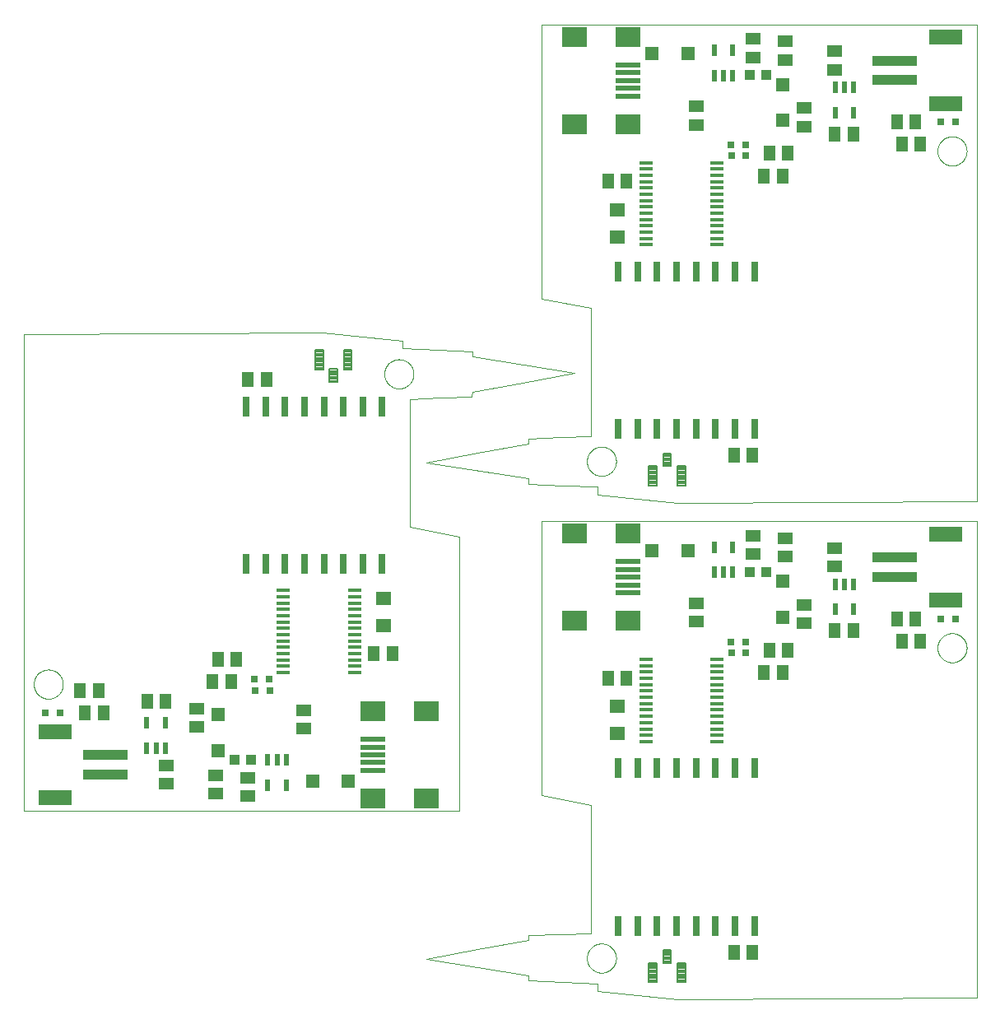
<source format=gtp>
%MOIN*%
%OFA0B0*%
%FSLAX25Y25*%
%IPPOS*%
%LPD*%
%AMOC8*
5,1,8,0,0,$1,22.5*%
%AMOC80*
5,1,8,0,0,$1,22.5*%
%AMOC81*
5,1,8,0,0,$1,202.5*%
%ADD10C,0*%
%ADD11R,0.051179999999999996X0.05906*%
%ADD12R,0.05906X0.051179999999999996*%
%ADD13R,0.06299X0.05512*%
%ADD14R,0.0315X0.0315*%
%ADD15R,0.055000000000000007X0.0137*%
%ADD16R,0.09842999999999999X0.01969*%
%ADD17R,0.09842999999999999X0.07874*%
%ADD18R,0.021649999999999996X0.04724*%
%ADD19R,0.1811X0.03937*%
%ADD20R,0.13386X0.06299*%
%ADD21R,0.05512X0.05512*%
%ADD22R,0.04331X0.03937*%
%ADD23C,0.008*%
%ADD24R,0.0315X0.07874*%
%ADD35C,0*%
%ADD36R,0.051179999999999996X0.05906*%
%ADD37R,0.05906X0.051179999999999996*%
%ADD38R,0.06299X0.05512*%
%ADD39R,0.0315X0.0315*%
%ADD40R,0.055000000000000007X0.0137*%
%ADD41R,0.09842999999999999X0.01969*%
%ADD42R,0.09842999999999999X0.07874*%
%ADD43R,0.021649999999999996X0.04724*%
%ADD44R,0.1811X0.03937*%
%ADD45R,0.13386X0.06299*%
%ADD46R,0.05512X0.05512*%
%ADD47R,0.04331X0.03937*%
%ADD48C,0.008*%
%ADD49R,0.0315X0.07874*%
%ADD50C,0*%
%ADD51R,0.051179999999999996X0.05906*%
%ADD52R,0.05906X0.051179999999999996*%
%ADD53R,0.06299X0.05512*%
%ADD54R,0.0315X0.0315*%
%ADD55R,0.055000000000000007X0.0137*%
%ADD56R,0.09842999999999999X0.01969*%
%ADD57R,0.09842999999999999X0.07874*%
%ADD58R,0.021649999999999996X0.04724*%
%ADD59R,0.1811X0.03937*%
%ADD60R,0.13386X0.06299*%
%ADD61R,0.05512X0.05512*%
%ADD62R,0.04331X0.03937*%
%ADD63C,0.008*%
%ADD64R,0.0315X0.07874*%
G75*
D10*
X0170811Y0216923D02*
X0191645Y0220881D01*
X0212144Y0224507D01*
X0212214Y0226340D01*
X0212284Y0226507D01*
X0225048Y0226993D01*
X0237478Y0227479D01*
X0237454Y0227473D02*
X0237479Y0253478D01*
X0237478Y0253451D02*
X0237478Y0279423D01*
X0217478Y0283173D01*
X0217478Y0394285D01*
X0393727Y0394285D01*
X0393727Y0201229D01*
X0333173Y0200882D01*
X0272617Y0200535D01*
X0240255Y0203907D01*
X0240255Y0207062D01*
X0226159Y0207618D01*
X0212061Y0208173D01*
X0212061Y0210395D01*
X0170811Y0216923D01*
X0235907Y0217338D02*
X0235909Y0217491D01*
X0235915Y0217645D01*
X0235924Y0217797D01*
X0235939Y0217950D01*
X0235957Y0218102D01*
X0235978Y0218254D01*
X0236004Y0218405D01*
X0236034Y0218556D01*
X0236068Y0218705D01*
X0236105Y0218854D01*
X0236146Y0219002D01*
X0236191Y0219148D01*
X0236240Y0219294D01*
X0236293Y0219438D01*
X0236349Y0219580D01*
X0236409Y0219721D01*
X0236473Y0219861D01*
X0236540Y0219999D01*
X0236611Y0220135D01*
X0236686Y0220269D01*
X0236763Y0220400D01*
X0236845Y0220531D01*
X0236929Y0220658D01*
X0237017Y0220785D01*
X0237108Y0220908D01*
X0237202Y0221029D01*
X0237300Y0221146D01*
X0237400Y0221263D01*
X0237503Y0221376D01*
X0237610Y0221487D01*
X0237719Y0221595D01*
X0237831Y0221700D01*
X0237944Y0221801D01*
X0238063Y0221900D01*
X0238181Y0221996D01*
X0238303Y0222088D01*
X0238429Y0222178D01*
X0238556Y0222264D01*
X0238685Y0222346D01*
X0238816Y0222427D01*
X0238949Y0222502D01*
X0239083Y0222576D01*
X0239221Y0222644D01*
X0239360Y0222710D01*
X0239500Y0222772D01*
X0239642Y0222830D01*
X0239785Y0222885D01*
X0239930Y0222935D01*
X0240076Y0222983D01*
X0240223Y0223026D01*
X0240370Y0223064D01*
X0240519Y0223101D01*
X0240669Y0223132D01*
X0240821Y0223159D01*
X0240972Y0223184D01*
X0241125Y0223204D01*
X0241277Y0223220D01*
X0241430Y0223232D01*
X0241583Y0223240D01*
X0241736Y0223244D01*
X0241889Y0223244D01*
X0242043Y0223240D01*
X0242196Y0223232D01*
X0242349Y0223220D01*
X0242501Y0223204D01*
X0242654Y0223184D01*
X0242804Y0223159D01*
X0242956Y0223132D01*
X0243106Y0223101D01*
X0243255Y0223064D01*
X0243403Y0223026D01*
X0243550Y0222983D01*
X0243696Y0222935D01*
X0243841Y0222885D01*
X0243983Y0222830D01*
X0244126Y0222772D01*
X0244266Y0222710D01*
X0244404Y0222644D01*
X0244542Y0222576D01*
X0244677Y0222502D01*
X0244810Y0222427D01*
X0244941Y0222346D01*
X0245070Y0222264D01*
X0245197Y0222178D01*
X0245322Y0222088D01*
X0245444Y0221996D01*
X0245563Y0221900D01*
X0245681Y0221801D01*
X0245795Y0221700D01*
X0245907Y0221595D01*
X0246016Y0221487D01*
X0246122Y0221376D01*
X0246226Y0221263D01*
X0246326Y0221146D01*
X0246424Y0221029D01*
X0246518Y0220908D01*
X0246609Y0220785D01*
X0246697Y0220658D01*
X0246781Y0220531D01*
X0246863Y0220400D01*
X0246939Y0220269D01*
X0247014Y0220135D01*
X0247086Y0219999D01*
X0247153Y0219861D01*
X0247217Y0219721D01*
X0247277Y0219580D01*
X0247332Y0219438D01*
X0247386Y0219294D01*
X0247434Y0219148D01*
X0247480Y0219002D01*
X0247521Y0218854D01*
X0247558Y0218705D01*
X0247592Y0218556D01*
X0247622Y0218405D01*
X0247647Y0218254D01*
X0247669Y0218102D01*
X0247687Y0217950D01*
X0247701Y0217797D01*
X0247711Y0217645D01*
X0247717Y0217491D01*
X0247718Y0217338D01*
X0247717Y0217185D01*
X0247711Y0217031D01*
X0247701Y0216878D01*
X0247687Y0216726D01*
X0247669Y0216573D01*
X0247647Y0216421D01*
X0247622Y0216271D01*
X0247592Y0216120D01*
X0247558Y0215970D01*
X0247521Y0215822D01*
X0247480Y0215674D01*
X0247434Y0215528D01*
X0247386Y0215382D01*
X0247332Y0215238D01*
X0247277Y0215096D01*
X0247217Y0214955D01*
X0247153Y0214814D01*
X0247086Y0214677D01*
X0247014Y0214541D01*
X0246939Y0214407D01*
X0246863Y0214275D01*
X0246781Y0214144D01*
X0246697Y0214017D01*
X0246609Y0213891D01*
X0246518Y0213768D01*
X0246424Y0213647D01*
X0246326Y0213529D01*
X0246226Y0213413D01*
X0246122Y0213300D01*
X0246016Y0213188D01*
X0245907Y0213081D01*
X0245795Y0212976D01*
X0245681Y0212875D01*
X0245563Y0212776D01*
X0245444Y0212679D01*
X0245322Y0212587D01*
X0245197Y0212498D01*
X0245070Y0212411D01*
X0244941Y0212329D01*
X0244810Y0212249D01*
X0244677Y0212173D01*
X0244542Y0212100D01*
X0244404Y0212031D01*
X0244266Y0211966D01*
X0244126Y0211904D01*
X0243983Y0211845D01*
X0243841Y0211791D01*
X0243696Y0211740D01*
X0243550Y0211693D01*
X0243403Y0211649D01*
X0243255Y0211611D01*
X0243106Y0211574D01*
X0242956Y0211544D01*
X0242804Y0211516D01*
X0242654Y0211492D01*
X0242501Y0211472D01*
X0242349Y0211456D01*
X0242196Y0211444D01*
X0242043Y0211436D01*
X0241889Y0211432D01*
X0241736Y0211432D01*
X0241583Y0211436D01*
X0241430Y0211444D01*
X0241277Y0211456D01*
X0241125Y0211472D01*
X0240972Y0211492D01*
X0240821Y0211516D01*
X0240669Y0211544D01*
X0240519Y0211574D01*
X0240370Y0211611D01*
X0240223Y0211649D01*
X0240076Y0211693D01*
X0239930Y0211740D01*
X0239785Y0211791D01*
X0239642Y0211845D01*
X0239500Y0211904D01*
X0239360Y0211966D01*
X0239221Y0212031D01*
X0239083Y0212100D01*
X0238949Y0212173D01*
X0238816Y0212249D01*
X0238685Y0212329D01*
X0238556Y0212411D01*
X0238429Y0212498D01*
X0238303Y0212587D01*
X0238181Y0212679D01*
X0238063Y0212776D01*
X0237944Y0212875D01*
X0237831Y0212976D01*
X0237719Y0213081D01*
X0237610Y0213188D01*
X0237503Y0213300D01*
X0237400Y0213413D01*
X0237300Y0213529D01*
X0237202Y0213647D01*
X0237108Y0213768D01*
X0237017Y0213891D01*
X0236929Y0214017D01*
X0236845Y0214144D01*
X0236763Y0214275D01*
X0236686Y0214407D01*
X0236611Y0214541D01*
X0236540Y0214677D01*
X0236473Y0214814D01*
X0236409Y0214955D01*
X0236349Y0215096D01*
X0236293Y0215238D01*
X0236240Y0215382D01*
X0236191Y0215528D01*
X0236146Y0215674D01*
X0236105Y0215822D01*
X0236068Y0215970D01*
X0236034Y0216120D01*
X0236004Y0216271D01*
X0235978Y0216421D01*
X0235957Y0216573D01*
X0235939Y0216726D01*
X0235924Y0216878D01*
X0235915Y0217031D01*
X0235909Y0217185D01*
X0235907Y0217338D01*
X0377893Y0342992D02*
X0377895Y0343145D01*
X0377901Y0343299D01*
X0377911Y0343452D01*
X0377925Y0343604D01*
X0377942Y0343757D01*
X0377965Y0343908D01*
X0377990Y0344058D01*
X0378020Y0344210D01*
X0378054Y0344360D01*
X0378091Y0344508D01*
X0378132Y0344656D01*
X0378177Y0344802D01*
X0378226Y0344948D01*
X0378279Y0345092D01*
X0378335Y0345234D01*
X0378394Y0345375D01*
X0378459Y0345515D01*
X0378526Y0345652D01*
X0378597Y0345789D01*
X0378671Y0345923D01*
X0378748Y0346055D01*
X0378831Y0346185D01*
X0378915Y0346313D01*
X0379003Y0346439D01*
X0379094Y0346562D01*
X0379188Y0346683D01*
X0379286Y0346801D01*
X0379386Y0346917D01*
X0379490Y0347030D01*
X0379596Y0347141D01*
X0379705Y0347249D01*
X0379816Y0347354D01*
X0379931Y0347455D01*
X0380049Y0347554D01*
X0380168Y0347650D01*
X0380290Y0347742D01*
X0380415Y0347832D01*
X0380542Y0347919D01*
X0380671Y0348001D01*
X0380801Y0348081D01*
X0380935Y0348157D01*
X0381070Y0348230D01*
X0381207Y0348299D01*
X0381346Y0348364D01*
X0381486Y0348426D01*
X0381628Y0348484D01*
X0381771Y0348539D01*
X0381916Y0348590D01*
X0382062Y0348637D01*
X0382209Y0348680D01*
X0382357Y0348719D01*
X0382506Y0348755D01*
X0382656Y0348785D01*
X0382807Y0348814D01*
X0382958Y0348838D01*
X0383111Y0348858D01*
X0383263Y0348874D01*
X0383416Y0348886D01*
X0383569Y0348894D01*
X0383722Y0348898D01*
X0383876Y0348898D01*
X0384029Y0348894D01*
X0384182Y0348886D01*
X0384335Y0348874D01*
X0384487Y0348858D01*
X0384640Y0348838D01*
X0384791Y0348814D01*
X0384942Y0348785D01*
X0385092Y0348755D01*
X0385241Y0348719D01*
X0385389Y0348680D01*
X0385536Y0348637D01*
X0385681Y0348590D01*
X0385827Y0348539D01*
X0385970Y0348484D01*
X0386112Y0348426D01*
X0386252Y0348364D01*
X0386391Y0348299D01*
X0386528Y0348230D01*
X0386662Y0348157D01*
X0386796Y0348081D01*
X0386927Y0348001D01*
X0387056Y0347919D01*
X0387183Y0347832D01*
X0387308Y0347742D01*
X0387430Y0347650D01*
X0387549Y0347554D01*
X0387667Y0347455D01*
X0387781Y0347354D01*
X0387893Y0347249D01*
X0388001Y0347141D01*
X0388108Y0347030D01*
X0388212Y0346917D01*
X0388311Y0346801D01*
X0388410Y0346683D01*
X0388504Y0346562D01*
X0388595Y0346439D01*
X0388683Y0346313D01*
X0388767Y0346185D01*
X0388849Y0346055D01*
X0388926Y0345923D01*
X0389001Y0345789D01*
X0389072Y0345652D01*
X0389139Y0345515D01*
X0389203Y0345375D01*
X0389263Y0345234D01*
X0389318Y0345092D01*
X0389372Y0344948D01*
X0389421Y0344802D01*
X0389466Y0344656D01*
X0389507Y0344508D01*
X0389544Y0344360D01*
X0389578Y0344210D01*
X0389608Y0344058D01*
X0389633Y0343908D01*
X0389655Y0343757D01*
X0389673Y0343604D01*
X0389687Y0343452D01*
X0389697Y0343299D01*
X0389703Y0343145D01*
X0389705Y0342992D01*
X0389703Y0342839D01*
X0389697Y0342685D01*
X0389687Y0342532D01*
X0389673Y0342380D01*
X0389655Y0342227D01*
X0389633Y0342076D01*
X0389608Y0341925D01*
X0389578Y0341774D01*
X0389544Y0341624D01*
X0389507Y0341476D01*
X0389466Y0341328D01*
X0389421Y0341182D01*
X0389372Y0341036D01*
X0389318Y0340892D01*
X0389263Y0340750D01*
X0389203Y0340609D01*
X0389139Y0340469D01*
X0389072Y0340331D01*
X0389001Y0340195D01*
X0388926Y0340061D01*
X0388849Y0339929D01*
X0388767Y0339799D01*
X0388683Y0339671D01*
X0388595Y0339545D01*
X0388504Y0339422D01*
X0388410Y0339301D01*
X0388311Y0339182D01*
X0388212Y0339067D01*
X0388108Y0338954D01*
X0388001Y0338843D01*
X0387893Y0338735D01*
X0387781Y0338630D01*
X0387667Y0338529D01*
X0387549Y0338430D01*
X0387430Y0338334D01*
X0387308Y0338241D01*
X0387183Y0338152D01*
X0387056Y0338065D01*
X0386927Y0337982D01*
X0386796Y0337903D01*
X0386662Y0337827D01*
X0386528Y0337754D01*
X0386391Y0337685D01*
X0386252Y0337620D01*
X0386112Y0337558D01*
X0385970Y0337500D01*
X0385827Y0337445D01*
X0385681Y0337394D01*
X0385536Y0337347D01*
X0385389Y0337304D01*
X0385241Y0337265D01*
X0385092Y0337229D01*
X0384942Y0337198D01*
X0384791Y0337170D01*
X0384640Y0337146D01*
X0384487Y0337126D01*
X0384335Y0337110D01*
X0384182Y0337098D01*
X0384029Y0337090D01*
X0383876Y0337086D01*
X0383722Y0337086D01*
X0383569Y0337090D01*
X0383416Y0337098D01*
X0383263Y0337110D01*
X0383111Y0337126D01*
X0382958Y0337146D01*
X0382807Y0337170D01*
X0382656Y0337198D01*
X0382506Y0337229D01*
X0382357Y0337265D01*
X0382209Y0337304D01*
X0382062Y0337347D01*
X0381916Y0337394D01*
X0381771Y0337445D01*
X0381628Y0337500D01*
X0381486Y0337558D01*
X0381346Y0337620D01*
X0381207Y0337685D01*
X0381070Y0337754D01*
X0380935Y0337827D01*
X0380801Y0337903D01*
X0380671Y0337982D01*
X0380542Y0338065D01*
X0380415Y0338152D01*
X0380290Y0338241D01*
X0380168Y0338334D01*
X0380049Y0338430D01*
X0379931Y0338529D01*
X0379816Y0338630D01*
X0379705Y0338735D01*
X0379596Y0338843D01*
X0379490Y0338954D01*
X0379386Y0339067D01*
X0379286Y0339182D01*
X0379188Y0339301D01*
X0379094Y0339422D01*
X0379003Y0339545D01*
X0378915Y0339671D01*
X0378831Y0339799D01*
X0378748Y0339929D01*
X0378671Y0340061D01*
X0378597Y0340195D01*
X0378526Y0340331D01*
X0378459Y0340469D01*
X0378394Y0340609D01*
X0378335Y0340750D01*
X0378279Y0340892D01*
X0378226Y0341036D01*
X0378177Y0341182D01*
X0378132Y0341328D01*
X0378091Y0341476D01*
X0378054Y0341624D01*
X0378020Y0341774D01*
X0377990Y0341925D01*
X0377965Y0342076D01*
X0377942Y0342227D01*
X0377925Y0342380D01*
X0377911Y0342532D01*
X0377901Y0342685D01*
X0377895Y0342839D01*
X0377893Y0342992D01*
D11*
X0370894Y0345673D03*
X0363414Y0345673D03*
X0361414Y0354673D03*
X0368893Y0354673D03*
X0343794Y0349907D03*
X0336314Y0349907D03*
X0317271Y0342056D03*
X0309791Y0342056D03*
X0307591Y0332843D03*
X0315072Y0332843D03*
X0251894Y0330673D03*
X0244414Y0330673D03*
X0295414Y0219673D03*
X0302894Y0219673D03*
D12*
X0323839Y0352932D03*
X0323839Y0360413D03*
X0336154Y0375933D03*
X0336154Y0383413D03*
X0316154Y0379933D03*
X0316154Y0387414D03*
X0303154Y0388413D03*
X0303154Y0380933D03*
X0280347Y0361080D03*
X0280347Y0353601D03*
D13*
X0248154Y0319185D03*
X0248154Y0308162D03*
D14*
X0294401Y0341073D03*
X0294201Y0345473D03*
X0300107Y0345473D03*
X0300307Y0341073D03*
X0379200Y0354673D03*
X0385107Y0354673D03*
D15*
X0288548Y0338307D03*
X0288548Y0335748D03*
X0288548Y0333189D03*
X0288548Y0330630D03*
X0288548Y0328071D03*
X0288548Y0325512D03*
X0288548Y0322953D03*
X0288548Y0320394D03*
X0288548Y0317834D03*
X0288548Y0315276D03*
X0288548Y0312717D03*
X0288548Y0310158D03*
X0288548Y0307599D03*
X0288548Y0305039D03*
X0259760Y0305039D03*
X0259760Y0307599D03*
X0259760Y0310158D03*
X0259760Y0312717D03*
X0259760Y0315276D03*
X0259760Y0317834D03*
X0259760Y0320394D03*
X0259760Y0322953D03*
X0259760Y0325512D03*
X0259760Y0328071D03*
X0259760Y0330630D03*
X0259760Y0333189D03*
X0259760Y0335748D03*
X0259760Y0338307D03*
D16*
X0252467Y0365283D03*
X0252467Y0368432D03*
X0252467Y0371582D03*
X0252467Y0374731D03*
X0252467Y0377881D03*
D17*
X0252467Y0389298D03*
X0230814Y0389298D03*
X0230814Y0353865D03*
X0252467Y0353865D03*
D18*
X0287414Y0373554D03*
X0291154Y0373554D03*
X0294894Y0373554D03*
X0294894Y0383792D03*
X0287414Y0383792D03*
X0336414Y0368792D03*
X0340154Y0368792D03*
X0343894Y0368792D03*
X0343894Y0358555D03*
X0336414Y0358555D03*
D19*
X0360587Y0371736D03*
X0360587Y0379610D03*
D20*
X0381060Y0389059D03*
X0381060Y0362288D03*
D21*
X0315153Y0355390D03*
X0315153Y0369957D03*
X0276791Y0382377D03*
X0262224Y0382377D03*
D22*
X0301808Y0373673D03*
X0308500Y0373673D03*
D23*
X0269955Y0220536D02*
X0269955Y0215336D01*
X0266755Y0215336D01*
X0266755Y0220536D01*
X0269955Y0220536D01*
X0269955Y0216135D02*
X0266755Y0216135D01*
X0266755Y0216934D02*
X0269955Y0216934D01*
X0269955Y0217733D02*
X0266755Y0217733D01*
X0266755Y0218532D02*
X0269955Y0218532D01*
X0269955Y0219331D02*
X0266755Y0219331D01*
X0266755Y0220129D02*
X0269955Y0220129D01*
X0275743Y0215486D02*
X0275743Y0207627D01*
X0272543Y0207627D01*
X0272543Y0215486D01*
X0275743Y0215486D01*
X0275743Y0208426D02*
X0272543Y0208426D01*
X0272543Y0209225D02*
X0275743Y0209225D01*
X0275743Y0210024D02*
X0272543Y0210024D01*
X0272543Y0210822D02*
X0275743Y0210822D01*
X0275743Y0211622D02*
X0272543Y0211622D01*
X0272543Y0212421D02*
X0275743Y0212421D01*
X0275743Y0213220D02*
X0272543Y0213220D01*
X0272543Y0214019D02*
X0275743Y0214019D01*
X0275743Y0214818D02*
X0272543Y0214818D01*
X0264166Y0215486D02*
X0264166Y0207627D01*
X0260965Y0207627D01*
X0260965Y0215486D01*
X0264166Y0215486D01*
X0264166Y0208426D02*
X0260965Y0208426D01*
X0260965Y0209225D02*
X0264166Y0209225D01*
X0264166Y0210024D02*
X0260965Y0210024D01*
X0260965Y0210822D02*
X0264166Y0210822D01*
X0264166Y0211622D02*
X0260965Y0211622D01*
X0260965Y0212421D02*
X0264166Y0212421D01*
X0264166Y0213220D02*
X0260965Y0213220D01*
X0260965Y0214019D02*
X0264166Y0214019D01*
X0264166Y0214818D02*
X0260965Y0214818D01*
D24*
X0264332Y0230444D03*
X0256457Y0230444D03*
X0248584Y0230444D03*
X0272206Y0230444D03*
X0280080Y0230444D03*
X0287954Y0230444D03*
X0295828Y0230444D03*
X0303701Y0230444D03*
X0303701Y0294223D03*
X0295828Y0294223D03*
X0287954Y0294223D03*
X0280080Y0294223D03*
X0272206Y0294223D03*
X0264332Y0294223D03*
X0256457Y0294223D03*
X0248584Y0294223D03*
G04 next file*
G75*
D35*
X0170811Y0015742D02*
X0191645Y0019700D01*
X0212144Y0023326D01*
X0212214Y0025158D01*
X0212284Y0025326D01*
X0225048Y0025812D01*
X0237478Y0026298D01*
X0237454Y0026292D02*
X0237479Y0052297D01*
X0237478Y0052270D02*
X0237478Y0078242D01*
X0217478Y0081992D01*
X0217478Y0193104D01*
X0393727Y0193104D01*
X0393727Y0000048D01*
X0333173Y-0000298D01*
X0272617Y-0000645D01*
X0240255Y0002726D01*
X0240255Y0005881D01*
X0226159Y0006437D01*
X0212061Y0006992D01*
X0212061Y0009215D01*
X0170811Y0015742D01*
X0235907Y0016157D02*
X0235909Y0016310D01*
X0235915Y0016464D01*
X0235924Y0016617D01*
X0235939Y0016769D01*
X0235957Y0016922D01*
X0235978Y0017073D01*
X0236004Y0017224D01*
X0236034Y0017375D01*
X0236068Y0017525D01*
X0236105Y0017673D01*
X0236146Y0017821D01*
X0236191Y0017967D01*
X0236240Y0018113D01*
X0236293Y0018257D01*
X0236349Y0018399D01*
X0236409Y0018540D01*
X0236473Y0018679D01*
X0236540Y0018818D01*
X0236611Y0018954D01*
X0236686Y0019088D01*
X0236763Y0019220D01*
X0236845Y0019350D01*
X0236929Y0019478D01*
X0237017Y0019604D01*
X0237108Y0019727D01*
X0237202Y0019848D01*
X0237300Y0019966D01*
X0237400Y0020082D01*
X0237503Y0020194D01*
X0237610Y0020305D01*
X0237719Y0020414D01*
X0237831Y0020519D01*
X0237944Y0020620D01*
X0238063Y0020719D01*
X0238181Y0020815D01*
X0238303Y0020908D01*
X0238429Y0020997D01*
X0238556Y0021084D01*
X0238685Y0021166D01*
X0238816Y0021246D01*
X0238949Y0021321D01*
X0239083Y0021395D01*
X0239221Y0021464D01*
X0239360Y0021529D01*
X0239500Y0021590D01*
X0239642Y0021649D01*
X0239785Y0021704D01*
X0239930Y0021755D01*
X0240076Y0021802D01*
X0240223Y0021845D01*
X0240370Y0021884D01*
X0240519Y0021920D01*
X0240669Y0021951D01*
X0240821Y0021979D01*
X0240972Y0022003D01*
X0241125Y0022022D01*
X0241277Y0022039D01*
X0241430Y0022051D01*
X0241583Y0022059D01*
X0241736Y0022063D01*
X0241889Y0022063D01*
X0242043Y0022059D01*
X0242196Y0022051D01*
X0242349Y0022039D01*
X0242501Y0022022D01*
X0242654Y0022003D01*
X0242804Y0021979D01*
X0242956Y0021951D01*
X0243106Y0021920D01*
X0243255Y0021884D01*
X0243403Y0021845D01*
X0243550Y0021802D01*
X0243696Y0021755D01*
X0243841Y0021704D01*
X0243983Y0021649D01*
X0244126Y0021590D01*
X0244266Y0021529D01*
X0244404Y0021464D01*
X0244542Y0021395D01*
X0244677Y0021321D01*
X0244810Y0021246D01*
X0244941Y0021166D01*
X0245070Y0021084D01*
X0245197Y0020997D01*
X0245322Y0020908D01*
X0245444Y0020815D01*
X0245563Y0020719D01*
X0245681Y0020620D01*
X0245795Y0020519D01*
X0245907Y0020414D01*
X0246016Y0020305D01*
X0246122Y0020194D01*
X0246226Y0020082D01*
X0246326Y0019966D01*
X0246424Y0019848D01*
X0246518Y0019727D01*
X0246609Y0019604D01*
X0246697Y0019478D01*
X0246781Y0019350D01*
X0246863Y0019220D01*
X0246939Y0019088D01*
X0247014Y0018954D01*
X0247086Y0018818D01*
X0247153Y0018679D01*
X0247217Y0018540D01*
X0247277Y0018399D01*
X0247332Y0018257D01*
X0247386Y0018113D01*
X0247434Y0017967D01*
X0247480Y0017821D01*
X0247521Y0017673D01*
X0247558Y0017525D01*
X0247592Y0017375D01*
X0247622Y0017224D01*
X0247647Y0017073D01*
X0247669Y0016922D01*
X0247687Y0016769D01*
X0247701Y0016617D01*
X0247711Y0016464D01*
X0247717Y0016310D01*
X0247718Y0016157D01*
X0247717Y0016003D01*
X0247711Y0015850D01*
X0247701Y0015697D01*
X0247687Y0015545D01*
X0247669Y0015392D01*
X0247647Y0015240D01*
X0247622Y0015090D01*
X0247592Y0014939D01*
X0247558Y0014789D01*
X0247521Y0014641D01*
X0247480Y0014493D01*
X0247434Y0014346D01*
X0247386Y0014201D01*
X0247332Y0014057D01*
X0247277Y0013915D01*
X0247217Y0013774D01*
X0247153Y0013633D01*
X0247086Y0013496D01*
X0247014Y0013360D01*
X0246939Y0013225D01*
X0246863Y0013094D01*
X0246781Y0012964D01*
X0246697Y0012836D01*
X0246609Y0012709D01*
X0246518Y0012587D01*
X0246424Y0012466D01*
X0246326Y0012348D01*
X0246226Y0012232D01*
X0246122Y0012119D01*
X0246016Y0012008D01*
X0245907Y0011900D01*
X0245795Y0011795D01*
X0245681Y0011693D01*
X0245563Y0011595D01*
X0245444Y0011499D01*
X0245322Y0011406D01*
X0245197Y0011317D01*
X0245070Y0011230D01*
X0244941Y0011148D01*
X0244810Y0011068D01*
X0244677Y0010992D01*
X0244542Y0010919D01*
X0244404Y0010850D01*
X0244266Y0010785D01*
X0244126Y0010723D01*
X0243983Y0010665D01*
X0243841Y0010610D01*
X0243696Y0010559D01*
X0243550Y0010512D01*
X0243403Y0010469D01*
X0243255Y0010430D01*
X0243106Y0010394D01*
X0242956Y0010363D01*
X0242804Y0010335D01*
X0242654Y0010311D01*
X0242501Y0010291D01*
X0242349Y0010275D01*
X0242196Y0010262D01*
X0242043Y0010255D01*
X0241889Y0010251D01*
X0241736Y0010251D01*
X0241583Y0010255D01*
X0241430Y0010262D01*
X0241277Y0010275D01*
X0241125Y0010291D01*
X0240972Y0010311D01*
X0240821Y0010335D01*
X0240669Y0010363D01*
X0240519Y0010394D01*
X0240370Y0010430D01*
X0240223Y0010469D01*
X0240076Y0010512D01*
X0239930Y0010559D01*
X0239785Y0010610D01*
X0239642Y0010665D01*
X0239500Y0010723D01*
X0239360Y0010785D01*
X0239221Y0010850D01*
X0239083Y0010919D01*
X0238949Y0010992D01*
X0238816Y0011068D01*
X0238685Y0011148D01*
X0238556Y0011230D01*
X0238429Y0011317D01*
X0238303Y0011406D01*
X0238181Y0011499D01*
X0238063Y0011595D01*
X0237944Y0011693D01*
X0237831Y0011795D01*
X0237719Y0011900D01*
X0237610Y0012008D01*
X0237503Y0012119D01*
X0237400Y0012232D01*
X0237300Y0012348D01*
X0237202Y0012466D01*
X0237108Y0012587D01*
X0237017Y0012709D01*
X0236929Y0012836D01*
X0236845Y0012964D01*
X0236763Y0013094D01*
X0236686Y0013225D01*
X0236611Y0013360D01*
X0236540Y0013496D01*
X0236473Y0013633D01*
X0236409Y0013774D01*
X0236349Y0013915D01*
X0236293Y0014057D01*
X0236240Y0014201D01*
X0236191Y0014346D01*
X0236146Y0014493D01*
X0236105Y0014641D01*
X0236068Y0014789D01*
X0236034Y0014939D01*
X0236004Y0015090D01*
X0235978Y0015240D01*
X0235957Y0015392D01*
X0235939Y0015545D01*
X0235924Y0015697D01*
X0235915Y0015850D01*
X0235909Y0016003D01*
X0235907Y0016157D01*
X0377893Y0141811D02*
X0377895Y0141964D01*
X0377901Y0142118D01*
X0377911Y0142271D01*
X0377925Y0142423D01*
X0377942Y0142576D01*
X0377965Y0142727D01*
X0377990Y0142878D01*
X0378020Y0143029D01*
X0378054Y0143179D01*
X0378091Y0143327D01*
X0378132Y0143475D01*
X0378177Y0143621D01*
X0378226Y0143767D01*
X0378279Y0143911D01*
X0378335Y0144053D01*
X0378394Y0144194D01*
X0378459Y0144333D01*
X0378526Y0144472D01*
X0378597Y0144608D01*
X0378671Y0144742D01*
X0378748Y0144874D01*
X0378831Y0145004D01*
X0378915Y0145132D01*
X0379003Y0145258D01*
X0379094Y0145381D01*
X0379188Y0145502D01*
X0379286Y0145620D01*
X0379386Y0145736D01*
X0379490Y0145849D01*
X0379596Y0145960D01*
X0379705Y0146067D01*
X0379816Y0146173D01*
X0379931Y0146273D01*
X0380049Y0146373D01*
X0380168Y0146469D01*
X0380290Y0146562D01*
X0380415Y0146651D01*
X0380542Y0146738D01*
X0380671Y0146820D01*
X0380801Y0146900D01*
X0380935Y0146976D01*
X0381070Y0147049D01*
X0381207Y0147118D01*
X0381346Y0147183D01*
X0381486Y0147245D01*
X0381628Y0147303D01*
X0381771Y0147358D01*
X0381916Y0147409D01*
X0382062Y0147456D01*
X0382209Y0147499D01*
X0382357Y0147538D01*
X0382506Y0147574D01*
X0382656Y0147605D01*
X0382807Y0147633D01*
X0382958Y0147657D01*
X0383111Y0147677D01*
X0383263Y0147693D01*
X0383416Y0147705D01*
X0383569Y0147713D01*
X0383722Y0147717D01*
X0383876Y0147717D01*
X0384029Y0147713D01*
X0384182Y0147705D01*
X0384335Y0147693D01*
X0384487Y0147677D01*
X0384640Y0147657D01*
X0384791Y0147633D01*
X0384942Y0147605D01*
X0385092Y0147574D01*
X0385241Y0147538D01*
X0385389Y0147499D01*
X0385536Y0147456D01*
X0385681Y0147409D01*
X0385827Y0147358D01*
X0385970Y0147303D01*
X0386112Y0147245D01*
X0386252Y0147183D01*
X0386391Y0147118D01*
X0386528Y0147049D01*
X0386662Y0146976D01*
X0386796Y0146900D01*
X0386927Y0146820D01*
X0387056Y0146738D01*
X0387183Y0146651D01*
X0387308Y0146562D01*
X0387430Y0146469D01*
X0387549Y0146373D01*
X0387667Y0146273D01*
X0387781Y0146173D01*
X0387893Y0146067D01*
X0388001Y0145960D01*
X0388108Y0145849D01*
X0388212Y0145736D01*
X0388311Y0145620D01*
X0388410Y0145502D01*
X0388504Y0145381D01*
X0388595Y0145258D01*
X0388683Y0145132D01*
X0388767Y0145004D01*
X0388849Y0144874D01*
X0388926Y0144742D01*
X0389001Y0144608D01*
X0389072Y0144472D01*
X0389139Y0144333D01*
X0389203Y0144194D01*
X0389263Y0144053D01*
X0389318Y0143911D01*
X0389372Y0143767D01*
X0389421Y0143621D01*
X0389466Y0143475D01*
X0389507Y0143327D01*
X0389544Y0143179D01*
X0389578Y0143029D01*
X0389608Y0142878D01*
X0389633Y0142727D01*
X0389655Y0142576D01*
X0389673Y0142423D01*
X0389687Y0142271D01*
X0389697Y0142118D01*
X0389703Y0141964D01*
X0389705Y0141811D01*
X0389703Y0141658D01*
X0389697Y0141504D01*
X0389687Y0141351D01*
X0389673Y0141199D01*
X0389655Y0141046D01*
X0389633Y0140895D01*
X0389608Y0140744D01*
X0389578Y0140593D01*
X0389544Y0140443D01*
X0389507Y0140295D01*
X0389466Y0140147D01*
X0389421Y0140001D01*
X0389372Y0139855D01*
X0389318Y0139710D01*
X0389263Y0139569D01*
X0389203Y0139428D01*
X0389139Y0139288D01*
X0389072Y0139150D01*
X0389001Y0139014D01*
X0388926Y0138880D01*
X0388849Y0138747D01*
X0388767Y0138618D01*
X0388683Y0138490D01*
X0388595Y0138364D01*
X0388504Y0138241D01*
X0388410Y0138120D01*
X0388311Y0138002D01*
X0388212Y0137886D01*
X0388108Y0137773D01*
X0388001Y0137662D01*
X0387893Y0137554D01*
X0387781Y0137449D01*
X0387667Y0137348D01*
X0387549Y0137249D01*
X0387430Y0137153D01*
X0387308Y0137060D01*
X0387183Y0136971D01*
X0387056Y0136884D01*
X0386927Y0136802D01*
X0386796Y0136722D01*
X0386662Y0136646D01*
X0386528Y0136573D01*
X0386391Y0136504D01*
X0386252Y0136439D01*
X0386112Y0136377D01*
X0385970Y0136319D01*
X0385827Y0136264D01*
X0385681Y0136213D01*
X0385536Y0136166D01*
X0385389Y0136123D01*
X0385241Y0136084D01*
X0385092Y0136048D01*
X0384942Y0136017D01*
X0384791Y0135989D01*
X0384640Y0135965D01*
X0384487Y0135945D01*
X0384335Y0135929D01*
X0384182Y0135917D01*
X0384029Y0135909D01*
X0383876Y0135905D01*
X0383722Y0135905D01*
X0383569Y0135909D01*
X0383416Y0135917D01*
X0383263Y0135929D01*
X0383111Y0135945D01*
X0382958Y0135965D01*
X0382807Y0135989D01*
X0382656Y0136017D01*
X0382506Y0136048D01*
X0382357Y0136084D01*
X0382209Y0136123D01*
X0382062Y0136166D01*
X0381916Y0136213D01*
X0381771Y0136264D01*
X0381628Y0136319D01*
X0381486Y0136377D01*
X0381346Y0136439D01*
X0381207Y0136504D01*
X0381070Y0136573D01*
X0380935Y0136646D01*
X0380801Y0136722D01*
X0380671Y0136802D01*
X0380542Y0136884D01*
X0380415Y0136971D01*
X0380290Y0137060D01*
X0380168Y0137153D01*
X0380049Y0137249D01*
X0379931Y0137348D01*
X0379816Y0137449D01*
X0379705Y0137554D01*
X0379596Y0137662D01*
X0379490Y0137773D01*
X0379386Y0137886D01*
X0379286Y0138002D01*
X0379188Y0138120D01*
X0379094Y0138241D01*
X0379003Y0138364D01*
X0378915Y0138490D01*
X0378831Y0138618D01*
X0378748Y0138747D01*
X0378671Y0138880D01*
X0378597Y0139014D01*
X0378526Y0139150D01*
X0378459Y0139288D01*
X0378394Y0139428D01*
X0378335Y0139569D01*
X0378279Y0139710D01*
X0378226Y0139855D01*
X0378177Y0140001D01*
X0378132Y0140147D01*
X0378091Y0140295D01*
X0378054Y0140443D01*
X0378020Y0140593D01*
X0377990Y0140744D01*
X0377965Y0140895D01*
X0377942Y0141046D01*
X0377925Y0141199D01*
X0377911Y0141351D01*
X0377901Y0141504D01*
X0377895Y0141658D01*
X0377893Y0141811D01*
D36*
X0370894Y0144492D03*
X0363414Y0144492D03*
X0361414Y0153492D03*
X0368893Y0153492D03*
X0343794Y0148726D03*
X0336314Y0148726D03*
X0317271Y0140875D03*
X0309791Y0140875D03*
X0307591Y0131662D03*
X0315072Y0131662D03*
X0251894Y0129492D03*
X0244414Y0129492D03*
X0295414Y0018492D03*
X0302894Y0018492D03*
D37*
X0323839Y0151752D03*
X0323839Y0159233D03*
X0336154Y0174752D03*
X0336154Y0182232D03*
X0316154Y0178752D03*
X0316154Y0186233D03*
X0303154Y0187233D03*
X0303154Y0179752D03*
X0280347Y0159900D03*
X0280347Y0152420D03*
D38*
X0248154Y0118004D03*
X0248154Y0106981D03*
D39*
X0294401Y0139892D03*
X0294201Y0144292D03*
X0300107Y0144292D03*
X0300307Y0139892D03*
X0379200Y0153492D03*
X0385107Y0153492D03*
D40*
X0288548Y0137126D03*
X0288548Y0134567D03*
X0288548Y0132008D03*
X0288548Y0129448D03*
X0288548Y0126889D03*
X0288548Y0124330D03*
X0288548Y0121771D03*
X0288548Y0119212D03*
X0288548Y0116653D03*
X0288548Y0114094D03*
X0288548Y0111535D03*
X0288548Y0108976D03*
X0288548Y0106417D03*
X0288548Y0103858D03*
X0259760Y0103858D03*
X0259760Y0106417D03*
X0259760Y0108976D03*
X0259760Y0111535D03*
X0259760Y0114094D03*
X0259760Y0116653D03*
X0259760Y0119212D03*
X0259760Y0121771D03*
X0259760Y0124330D03*
X0259760Y0126889D03*
X0259760Y0129448D03*
X0259760Y0132008D03*
X0259760Y0134567D03*
X0259760Y0137126D03*
D41*
X0252467Y0164101D03*
X0252467Y0167251D03*
X0252467Y0170401D03*
X0252467Y0173550D03*
X0252467Y0176700D03*
D42*
X0252467Y0188117D03*
X0230814Y0188117D03*
X0230814Y0152684D03*
X0252467Y0152684D03*
D43*
X0287414Y0172374D03*
X0291154Y0172374D03*
X0294894Y0172374D03*
X0294894Y0182611D03*
X0287414Y0182611D03*
X0336414Y0167611D03*
X0340154Y0167611D03*
X0343894Y0167611D03*
X0343894Y0157374D03*
X0336414Y0157374D03*
D44*
X0360587Y0170555D03*
X0360587Y0178429D03*
D45*
X0381060Y0187878D03*
X0381060Y0161107D03*
D46*
X0315153Y0154209D03*
X0315153Y0168776D03*
X0276791Y0181196D03*
X0262224Y0181196D03*
D47*
X0301808Y0172492D03*
X0308500Y0172492D03*
D48*
X0269955Y0019355D02*
X0269955Y0014155D01*
X0266755Y0014155D01*
X0266755Y0019355D01*
X0269955Y0019355D01*
X0269955Y0014954D02*
X0266755Y0014954D01*
X0266755Y0015753D02*
X0269955Y0015753D01*
X0269955Y0016552D02*
X0266755Y0016552D01*
X0266755Y0017351D02*
X0269955Y0017351D01*
X0269955Y0018149D02*
X0266755Y0018149D01*
X0266755Y0018949D02*
X0269955Y0018949D01*
X0275743Y0014306D02*
X0275743Y0006446D01*
X0272543Y0006446D01*
X0272543Y0014306D01*
X0275743Y0014306D01*
X0275743Y0007245D02*
X0272543Y0007245D01*
X0272543Y0008044D02*
X0275743Y0008044D01*
X0275743Y0008843D02*
X0272543Y0008843D01*
X0272543Y0009642D02*
X0275743Y0009642D01*
X0275743Y0010441D02*
X0272543Y0010441D01*
X0272543Y0011240D02*
X0275743Y0011240D01*
X0275743Y0012038D02*
X0272543Y0012038D01*
X0272543Y0012838D02*
X0275743Y0012838D01*
X0275743Y0013637D02*
X0272543Y0013637D01*
X0264166Y0014306D02*
X0264166Y0006446D01*
X0260965Y0006446D01*
X0260965Y0014306D01*
X0264166Y0014306D01*
X0264166Y0007245D02*
X0260965Y0007245D01*
X0260965Y0008044D02*
X0264166Y0008044D01*
X0264166Y0008843D02*
X0260965Y0008843D01*
X0260965Y0009642D02*
X0264166Y0009642D01*
X0264166Y0010441D02*
X0260965Y0010441D01*
X0260965Y0011240D02*
X0264166Y0011240D01*
X0264166Y0012038D02*
X0260965Y0012038D01*
X0260965Y0012838D02*
X0264166Y0012838D01*
X0264166Y0013637D02*
X0260965Y0013637D01*
D49*
X0264332Y0029263D03*
X0256457Y0029263D03*
X0248584Y0029263D03*
X0272206Y0029263D03*
X0280080Y0029263D03*
X0287954Y0029263D03*
X0295828Y0029263D03*
X0303701Y0029263D03*
X0303701Y0093042D03*
X0295828Y0093042D03*
X0287954Y0093042D03*
X0280080Y0093042D03*
X0272206Y0093042D03*
X0264332Y0093042D03*
X0256457Y0093042D03*
X0248584Y0093042D03*
G04 next file*
G75*
D50*
X0230763Y0253155D02*
X0209929Y0249196D01*
X0189429Y0245570D01*
X0189360Y0243738D01*
X0189290Y0243570D01*
X0176526Y0243085D01*
X0164096Y0242599D01*
X0164120Y0242605D02*
X0164095Y0216600D01*
X0164096Y0216627D02*
X0164096Y0190655D01*
X0184096Y0186905D01*
X0184096Y0075793D01*
X0007846Y0075793D01*
X0007846Y0268849D01*
X0068401Y0269196D01*
X0128956Y0269543D01*
X0161318Y0266171D01*
X0161318Y0263016D01*
X0175415Y0262460D01*
X0189512Y0261905D01*
X0189512Y0259682D01*
X0230763Y0253155D01*
X0165667Y0252740D02*
X0165664Y0252586D01*
X0165659Y0252433D01*
X0165649Y0252280D01*
X0165635Y0252128D01*
X0165617Y0251975D01*
X0165595Y0251824D01*
X0165570Y0251673D01*
X0165540Y0251521D01*
X0165506Y0251372D01*
X0165469Y0251223D01*
X0165427Y0251076D01*
X0165383Y0250930D01*
X0165334Y0250783D01*
X0165281Y0250640D01*
X0165225Y0250498D01*
X0165165Y0250356D01*
X0165101Y0250217D01*
X0165033Y0250078D01*
X0164963Y0249942D01*
X0164887Y0249809D01*
X0164811Y0249677D01*
X0164729Y0249547D01*
X0164645Y0249419D01*
X0164557Y0249293D01*
X0164466Y0249169D01*
X0164372Y0249049D01*
X0164274Y0248931D01*
X0164174Y0248815D01*
X0164070Y0248701D01*
X0163964Y0248591D01*
X0163855Y0248483D01*
X0163743Y0248378D01*
X0163629Y0248277D01*
X0163511Y0248178D01*
X0163392Y0248082D01*
X0163270Y0247989D01*
X0163144Y0247900D01*
X0163018Y0247813D01*
X0162889Y0247731D01*
X0162758Y0247651D01*
X0162624Y0247575D01*
X0162490Y0247502D01*
X0162353Y0247433D01*
X0162214Y0247368D01*
X0162074Y0247305D01*
X0161932Y0247248D01*
X0161789Y0247193D01*
X0161644Y0247142D01*
X0161498Y0247095D01*
X0161351Y0247052D01*
X0161203Y0247013D01*
X0161054Y0246977D01*
X0160904Y0246946D01*
X0160753Y0246918D01*
X0160602Y0246894D01*
X0160449Y0246874D01*
X0160297Y0246858D01*
X0160144Y0246846D01*
X0159991Y0246837D01*
X0159838Y0246834D01*
X0159684Y0246834D01*
X0159531Y0246837D01*
X0159378Y0246846D01*
X0159225Y0246858D01*
X0159073Y0246874D01*
X0158920Y0246894D01*
X0158769Y0246918D01*
X0158618Y0246946D01*
X0158468Y0246977D01*
X0158319Y0247013D01*
X0158171Y0247052D01*
X0158024Y0247095D01*
X0157878Y0247142D01*
X0157733Y0247193D01*
X0157590Y0247248D01*
X0157448Y0247305D01*
X0157308Y0247368D01*
X0157169Y0247433D01*
X0157032Y0247502D01*
X0156896Y0247575D01*
X0156764Y0247651D01*
X0156633Y0247731D01*
X0156504Y0247813D01*
X0156377Y0247900D01*
X0156252Y0247989D01*
X0156130Y0248082D01*
X0156011Y0248178D01*
X0155893Y0248277D01*
X0155778Y0248378D01*
X0155667Y0248483D01*
X0155558Y0248591D01*
X0155452Y0248701D01*
X0155348Y0248815D01*
X0155248Y0248931D01*
X0155150Y0249049D01*
X0155056Y0249169D01*
X0154965Y0249293D01*
X0154877Y0249419D01*
X0154793Y0249547D01*
X0154711Y0249677D01*
X0154634Y0249809D01*
X0154558Y0249942D01*
X0154487Y0250078D01*
X0154421Y0250217D01*
X0154357Y0250356D01*
X0154297Y0250498D01*
X0154241Y0250640D01*
X0154188Y0250783D01*
X0154139Y0250930D01*
X0154093Y0251076D01*
X0154053Y0251223D01*
X0154016Y0251372D01*
X0153982Y0251521D01*
X0153952Y0251673D01*
X0153927Y0251824D01*
X0153905Y0251975D01*
X0153887Y0252128D01*
X0153873Y0252280D01*
X0153863Y0252433D01*
X0153856Y0252586D01*
X0153855Y0252740D01*
X0153856Y0252893D01*
X0153863Y0253047D01*
X0153873Y0253200D01*
X0153887Y0253352D01*
X0153905Y0253505D01*
X0153927Y0253656D01*
X0153952Y0253806D01*
X0153982Y0253958D01*
X0154016Y0254108D01*
X0154053Y0254256D01*
X0154093Y0254404D01*
X0154139Y0254550D01*
X0154188Y0254696D01*
X0154241Y0254840D01*
X0154297Y0254982D01*
X0154357Y0255122D01*
X0154421Y0255263D01*
X0154487Y0255401D01*
X0154558Y0255537D01*
X0154634Y0255670D01*
X0154711Y0255803D01*
X0154793Y0255933D01*
X0154877Y0256061D01*
X0154965Y0256187D01*
X0155056Y0256310D01*
X0155150Y0256431D01*
X0155248Y0256549D01*
X0155348Y0256665D01*
X0155452Y0256778D01*
X0155558Y0256888D01*
X0155667Y0256997D01*
X0155778Y0257102D01*
X0155893Y0257202D01*
X0156011Y0257302D01*
X0156130Y0257398D01*
X0156252Y0257491D01*
X0156377Y0257580D01*
X0156504Y0257667D01*
X0156633Y0257749D01*
X0156764Y0257829D01*
X0156896Y0257905D01*
X0157032Y0257978D01*
X0157169Y0258047D01*
X0157308Y0258112D01*
X0157448Y0258174D01*
X0157590Y0258232D01*
X0157733Y0258287D01*
X0157878Y0258338D01*
X0158024Y0258385D01*
X0158171Y0258427D01*
X0158319Y0258467D01*
X0158468Y0258503D01*
X0158618Y0258534D01*
X0158769Y0258562D01*
X0158920Y0258585D01*
X0159073Y0258605D01*
X0159225Y0258622D01*
X0159378Y0258634D01*
X0159531Y0258642D01*
X0159684Y0258646D01*
X0159838Y0258646D01*
X0159991Y0258642D01*
X0160144Y0258634D01*
X0160297Y0258622D01*
X0160449Y0258605D01*
X0160602Y0258585D01*
X0160753Y0258562D01*
X0160904Y0258534D01*
X0161054Y0258503D01*
X0161203Y0258467D01*
X0161351Y0258427D01*
X0161498Y0258385D01*
X0161644Y0258338D01*
X0161789Y0258287D01*
X0161932Y0258232D01*
X0162074Y0258174D01*
X0162214Y0258112D01*
X0162353Y0258047D01*
X0162490Y0257978D01*
X0162624Y0257905D01*
X0162758Y0257829D01*
X0162889Y0257749D01*
X0163018Y0257667D01*
X0163144Y0257580D01*
X0163270Y0257491D01*
X0163392Y0257398D01*
X0163511Y0257302D01*
X0163629Y0257202D01*
X0163743Y0257102D01*
X0163855Y0256997D01*
X0163964Y0256888D01*
X0164070Y0256778D01*
X0164174Y0256665D01*
X0164274Y0256549D01*
X0164372Y0256431D01*
X0164466Y0256310D01*
X0164557Y0256187D01*
X0164645Y0256061D01*
X0164729Y0255933D01*
X0164811Y0255803D01*
X0164887Y0255670D01*
X0164963Y0255537D01*
X0165033Y0255401D01*
X0165101Y0255263D01*
X0165165Y0255122D01*
X0165225Y0254982D01*
X0165281Y0254840D01*
X0165334Y0254696D01*
X0165383Y0254550D01*
X0165427Y0254404D01*
X0165469Y0254256D01*
X0165506Y0254108D01*
X0165540Y0253958D01*
X0165570Y0253806D01*
X0165595Y0253656D01*
X0165617Y0253505D01*
X0165635Y0253352D01*
X0165649Y0253200D01*
X0165659Y0253047D01*
X0165664Y0252893D01*
X0165667Y0252740D01*
X0023681Y0127086D02*
X0023679Y0126933D01*
X0023673Y0126779D01*
X0023663Y0126625D01*
X0023649Y0126474D01*
X0023631Y0126321D01*
X0023609Y0126170D01*
X0023584Y0126019D01*
X0023554Y0125868D01*
X0023520Y0125718D01*
X0023483Y0125570D01*
X0023441Y0125421D01*
X0023397Y0125276D01*
X0023348Y0125130D01*
X0023295Y0124986D01*
X0023239Y0124844D01*
X0023179Y0124703D01*
X0023115Y0124563D01*
X0023048Y0124425D01*
X0022976Y0124289D01*
X0022901Y0124155D01*
X0022825Y0124023D01*
X0022743Y0123893D01*
X0022659Y0123764D01*
X0022571Y0123639D01*
X0022480Y0123516D01*
X0022386Y0123395D01*
X0022288Y0123276D01*
X0022188Y0123161D01*
X0022084Y0123048D01*
X0021978Y0122937D01*
X0021869Y0122829D01*
X0021757Y0122724D01*
X0021643Y0122623D01*
X0021525Y0122524D01*
X0021406Y0122428D01*
X0021284Y0122335D01*
X0021159Y0122246D01*
X0021032Y0122159D01*
X0020903Y0122076D01*
X0020772Y0121997D01*
X0020639Y0121920D01*
X0020504Y0121848D01*
X0020367Y0121779D01*
X0020228Y0121714D01*
X0020088Y0121652D01*
X0019946Y0121594D01*
X0019803Y0121539D01*
X0019658Y0121488D01*
X0019512Y0121441D01*
X0019364Y0121398D01*
X0019217Y0121359D01*
X0019068Y0121323D01*
X0018918Y0121292D01*
X0018767Y0121264D01*
X0018616Y0121239D01*
X0018463Y0121220D01*
X0018311Y0121204D01*
X0018158Y0121192D01*
X0018004Y0121184D01*
X0017852Y0121180D01*
X0017698Y0121180D01*
X0017544Y0121184D01*
X0017392Y0121192D01*
X0017239Y0121204D01*
X0017087Y0121220D01*
X0016934Y0121239D01*
X0016783Y0121264D01*
X0016632Y0121292D01*
X0016482Y0121323D01*
X0016333Y0121359D01*
X0016184Y0121398D01*
X0016038Y0121441D01*
X0015892Y0121488D01*
X0015747Y0121539D01*
X0015604Y0121594D01*
X0015462Y0121652D01*
X0015322Y0121714D01*
X0015183Y0121779D01*
X0015046Y0121848D01*
X0014911Y0121920D01*
X0014778Y0121997D01*
X0014646Y0122076D01*
X0014518Y0122159D01*
X0014391Y0122246D01*
X0014266Y0122335D01*
X0014144Y0122428D01*
X0014025Y0122524D01*
X0013907Y0122623D01*
X0013793Y0122724D01*
X0013680Y0122829D01*
X0013572Y0122937D01*
X0013466Y0123048D01*
X0013361Y0123161D01*
X0013261Y0123276D01*
X0013164Y0123395D01*
X0013070Y0123516D01*
X0012978Y0123639D01*
X0012891Y0123764D01*
X0012806Y0123893D01*
X0012725Y0124023D01*
X0012648Y0124155D01*
X0012573Y0124289D01*
X0012502Y0124425D01*
X0012435Y0124563D01*
X0012371Y0124703D01*
X0012311Y0124844D01*
X0012255Y0124986D01*
X0012201Y0125130D01*
X0012153Y0125276D01*
X0012108Y0125421D01*
X0012067Y0125570D01*
X0012030Y0125718D01*
X0011996Y0125868D01*
X0011966Y0126019D01*
X0011941Y0126170D01*
X0011918Y0126321D01*
X0011901Y0126474D01*
X0011887Y0126625D01*
X0011877Y0126779D01*
X0011870Y0126933D01*
X0011869Y0127086D01*
X0011870Y0127239D01*
X0011877Y0127393D01*
X0011887Y0127546D01*
X0011901Y0127698D01*
X0011918Y0127851D01*
X0011941Y0128002D01*
X0011966Y0128153D01*
X0011996Y0128304D01*
X0012030Y0128454D01*
X0012067Y0128602D01*
X0012108Y0128750D01*
X0012153Y0128896D01*
X0012201Y0129041D01*
X0012255Y0129186D01*
X0012311Y0129328D01*
X0012371Y0129468D01*
X0012435Y0129609D01*
X0012502Y0129746D01*
X0012573Y0129882D01*
X0012648Y0130017D01*
X0012725Y0130149D01*
X0012806Y0130279D01*
X0012891Y0130407D01*
X0012978Y0130533D01*
X0013070Y0130656D01*
X0013164Y0130776D01*
X0013261Y0130895D01*
X0013361Y0131011D01*
X0013466Y0131124D01*
X0013572Y0131235D01*
X0013680Y0131343D01*
X0013793Y0131448D01*
X0013907Y0131549D01*
X0014025Y0131648D01*
X0014144Y0131744D01*
X0014266Y0131837D01*
X0014391Y0131926D01*
X0014518Y0132013D01*
X0014646Y0132095D01*
X0014778Y0132175D01*
X0014911Y0132251D01*
X0015046Y0132324D01*
X0015183Y0132393D01*
X0015322Y0132458D01*
X0015462Y0132519D01*
X0015604Y0132578D01*
X0015747Y0132633D01*
X0015892Y0132684D01*
X0016038Y0132731D01*
X0016184Y0132774D01*
X0016333Y0132813D01*
X0016482Y0132849D01*
X0016632Y0132880D01*
X0016783Y0132908D01*
X0016934Y0132932D01*
X0017087Y0132952D01*
X0017239Y0132968D01*
X0017392Y0132980D01*
X0017544Y0132988D01*
X0017698Y0132992D01*
X0017852Y0132992D01*
X0018004Y0132988D01*
X0018158Y0132980D01*
X0018311Y0132968D01*
X0018463Y0132952D01*
X0018616Y0132932D01*
X0018767Y0132908D01*
X0018918Y0132880D01*
X0019068Y0132849D01*
X0019217Y0132813D01*
X0019364Y0132774D01*
X0019512Y0132731D01*
X0019658Y0132684D01*
X0019803Y0132633D01*
X0019946Y0132578D01*
X0020088Y0132519D01*
X0020228Y0132458D01*
X0020367Y0132393D01*
X0020504Y0132324D01*
X0020639Y0132251D01*
X0020772Y0132175D01*
X0020903Y0132095D01*
X0021032Y0132013D01*
X0021159Y0131926D01*
X0021284Y0131837D01*
X0021406Y0131744D01*
X0021525Y0131648D01*
X0021643Y0131549D01*
X0021757Y0131448D01*
X0021869Y0131343D01*
X0021978Y0131235D01*
X0022084Y0131124D01*
X0022188Y0131011D01*
X0022288Y0130895D01*
X0022386Y0130776D01*
X0022480Y0130656D01*
X0022571Y0130533D01*
X0022659Y0130407D01*
X0022743Y0130279D01*
X0022825Y0130149D01*
X0022901Y0130017D01*
X0022976Y0129882D01*
X0023048Y0129746D01*
X0023115Y0129609D01*
X0023179Y0129468D01*
X0023239Y0129328D01*
X0023295Y0129186D01*
X0023348Y0129041D01*
X0023397Y0128896D01*
X0023441Y0128750D01*
X0023483Y0128602D01*
X0023520Y0128454D01*
X0023554Y0128304D01*
X0023584Y0128153D01*
X0023609Y0128002D01*
X0023631Y0127851D01*
X0023649Y0127698D01*
X0023663Y0127546D01*
X0023673Y0127393D01*
X0023679Y0127239D01*
X0023681Y0127086D01*
D51*
X0030680Y0124405D03*
X0038160Y0124405D03*
X0040160Y0115405D03*
X0032679Y0115405D03*
X0057780Y0120171D03*
X0065259Y0120171D03*
X0084303Y0128021D03*
X0091783Y0128021D03*
X0093983Y0137234D03*
X0086502Y0137234D03*
X0149680Y0139405D03*
X0157160Y0139405D03*
X0106160Y0250405D03*
X0098680Y0250405D03*
D52*
X0077735Y0117145D03*
X0077735Y0109664D03*
X0065420Y0094145D03*
X0065420Y0086663D03*
X0085420Y0090145D03*
X0085420Y0082664D03*
X0098420Y0081664D03*
X0098420Y0089145D03*
X0121225Y0108997D03*
X0121225Y0116477D03*
D53*
X0153420Y0150893D03*
X0153420Y0161916D03*
D54*
X0107173Y0129004D03*
X0107373Y0124605D03*
X0101467Y0124605D03*
X0101267Y0129004D03*
X0022373Y0115405D03*
X0016467Y0115405D03*
D55*
X0113026Y0131771D03*
X0113026Y0134330D03*
X0113026Y0136889D03*
X0113026Y0139448D03*
X0113026Y0142007D03*
X0113026Y0144566D03*
X0113026Y0147125D03*
X0113026Y0149684D03*
X0113026Y0152242D03*
X0113026Y0154802D03*
X0113026Y0157361D03*
X0113026Y0159920D03*
X0113026Y0162478D03*
X0113026Y0165038D03*
X0141814Y0165038D03*
X0141814Y0162478D03*
X0141814Y0159920D03*
X0141814Y0157361D03*
X0141814Y0154802D03*
X0141814Y0152242D03*
X0141814Y0149684D03*
X0141814Y0147125D03*
X0141814Y0144566D03*
X0141814Y0142007D03*
X0141814Y0139448D03*
X0141814Y0136889D03*
X0141814Y0134330D03*
X0141814Y0131771D03*
D56*
X0149107Y0104795D03*
X0149107Y0101645D03*
X0149107Y0098496D03*
X0149107Y0095347D03*
X0149107Y0092197D03*
D57*
X0149107Y0080779D03*
X0170760Y0080779D03*
X0170760Y0116213D03*
X0149107Y0116213D03*
D58*
X0114160Y0096523D03*
X0110420Y0096523D03*
X0106680Y0096523D03*
X0106680Y0086286D03*
X0114160Y0086286D03*
X0065159Y0101286D03*
X0061420Y0101286D03*
X0057680Y0101286D03*
X0057680Y0111523D03*
X0065159Y0111523D03*
D59*
X0040987Y0098342D03*
X0040987Y0090468D03*
D60*
X0020514Y0081019D03*
X0020514Y0107790D03*
D61*
X0086420Y0114687D03*
X0086420Y0100121D03*
X0124783Y0087701D03*
X0139350Y0087701D03*
D62*
X0099766Y0096404D03*
X0093074Y0096404D03*
D63*
X0131619Y0249542D02*
X0131619Y0254741D01*
X0134819Y0254741D01*
X0134819Y0249542D01*
X0131619Y0249542D01*
X0131619Y0253942D02*
X0134819Y0253942D01*
X0134819Y0253144D02*
X0131619Y0253144D01*
X0131619Y0252345D02*
X0134819Y0252345D01*
X0134819Y0251546D02*
X0131619Y0251546D01*
X0131619Y0250747D02*
X0134819Y0250747D01*
X0134819Y0249948D02*
X0131619Y0249948D01*
X0125831Y0254590D02*
X0125831Y0262451D01*
X0129031Y0262451D01*
X0129031Y0254590D01*
X0125831Y0254590D01*
X0125831Y0261651D02*
X0129031Y0261651D01*
X0129031Y0260853D02*
X0125831Y0260853D01*
X0125831Y0260054D02*
X0129031Y0260054D01*
X0129031Y0259255D02*
X0125831Y0259255D01*
X0125831Y0258456D02*
X0129031Y0258456D01*
X0129031Y0257656D02*
X0125831Y0257656D01*
X0125831Y0256858D02*
X0129031Y0256858D01*
X0129031Y0256059D02*
X0125831Y0256059D01*
X0125831Y0255260D02*
X0129031Y0255260D01*
X0137408Y0254590D02*
X0137408Y0262451D01*
X0140607Y0262451D01*
X0140607Y0254590D01*
X0137408Y0254590D01*
X0137408Y0261651D02*
X0140607Y0261651D01*
X0140607Y0260853D02*
X0137408Y0260853D01*
X0137408Y0260054D02*
X0140607Y0260054D01*
X0140607Y0259255D02*
X0137408Y0259255D01*
X0137408Y0258456D02*
X0140607Y0258456D01*
X0140607Y0257656D02*
X0137408Y0257656D01*
X0137408Y0256858D02*
X0140607Y0256858D01*
X0140607Y0256059D02*
X0137408Y0256059D01*
X0137408Y0255260D02*
X0140607Y0255260D01*
D64*
X0137242Y0239634D03*
X0145116Y0239634D03*
X0152990Y0239634D03*
X0129368Y0239634D03*
X0121493Y0239634D03*
X0113620Y0239634D03*
X0105746Y0239634D03*
X0097872Y0239634D03*
X0097872Y0175855D03*
X0105746Y0175855D03*
X0113620Y0175855D03*
X0121493Y0175855D03*
X0129368Y0175855D03*
X0137242Y0175855D03*
X0145116Y0175855D03*
X0152990Y0175855D03*
M02*
</source>
